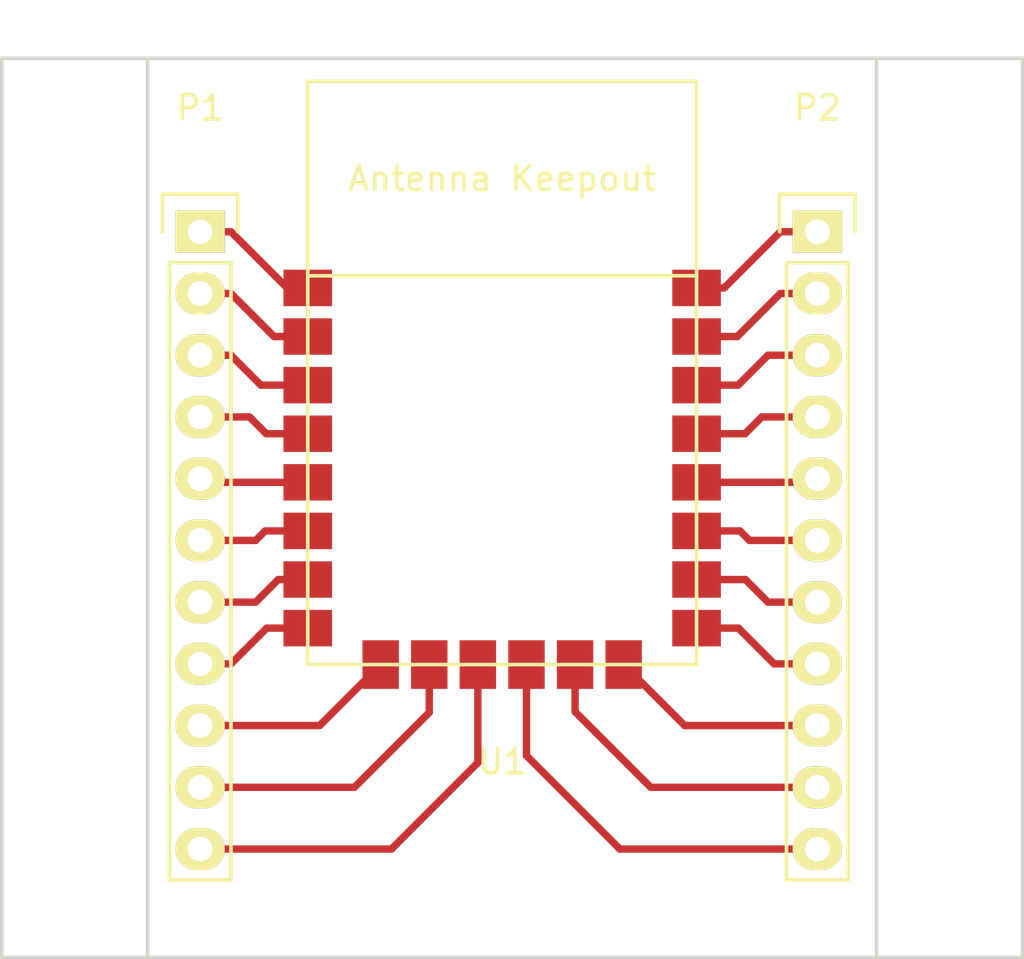
<source format=kicad_pcb>
(kicad_pcb (version 4) (host pcbnew 4.0.4-stable)

  (general
    (links 22)
    (no_connects 0)
    (area 128.924999 94.675 171.075001 134.075001)
    (thickness 1.6)
    (drawings 6)
    (tracks 65)
    (zones 0)
    (modules 3)
    (nets 23)
  )

  (page A4)
  (layers
    (0 F.Cu signal)
    (31 B.Cu signal)
    (32 B.Adhes user)
    (33 F.Adhes user)
    (34 B.Paste user)
    (35 F.Paste user)
    (36 B.SilkS user)
    (37 F.SilkS user)
    (38 B.Mask user)
    (39 F.Mask user)
    (40 Dwgs.User user)
    (41 Cmts.User user)
    (42 Eco1.User user)
    (43 Eco2.User user)
    (44 Edge.Cuts user)
    (45 Margin user)
    (46 B.CrtYd user)
    (47 F.CrtYd user)
    (48 B.Fab user)
    (49 F.Fab user)
  )

  (setup
    (last_trace_width 0.3048)
    (trace_clearance 0)
    (zone_clearance 0.508)
    (zone_45_only no)
    (trace_min 0.2)
    (segment_width 0.2)
    (edge_width 0.15)
    (via_size 0.6)
    (via_drill 0.4)
    (via_min_size 0.4)
    (via_min_drill 0.3)
    (uvia_size 0.3)
    (uvia_drill 0.1)
    (uvias_allowed no)
    (uvia_min_size 0)
    (uvia_min_drill 0)
    (pcb_text_width 0.3)
    (pcb_text_size 1.5 1.5)
    (mod_edge_width 0.15)
    (mod_text_size 1 1)
    (mod_text_width 0.15)
    (pad_size 1.524 1.524)
    (pad_drill 0.762)
    (pad_to_mask_clearance 0.2)
    (aux_axis_origin 0 0)
    (visible_elements FFFFFF7F)
    (pcbplotparams
      (layerselection 0x00030_80000001)
      (usegerberextensions false)
      (excludeedgelayer true)
      (linewidth 0.100000)
      (plotframeref false)
      (viasonmask false)
      (mode 1)
      (useauxorigin false)
      (hpglpennumber 1)
      (hpglpenspeed 20)
      (hpglpendiameter 15)
      (hpglpenoverlay 2)
      (psnegative false)
      (psa4output false)
      (plotreference true)
      (plotvalue true)
      (plotinvisibletext false)
      (padsonsilk false)
      (subtractmaskfromsilk false)
      (outputformat 2)
      (mirror false)
      (drillshape 1)
      (scaleselection 1)
      (outputdirectory ""))
  )

  (net 0 "")
  (net 1 "Net-(P1-Pad1)")
  (net 2 "Net-(P1-Pad2)")
  (net 3 "Net-(P1-Pad3)")
  (net 4 "Net-(P1-Pad5)")
  (net 5 "Net-(P1-Pad6)")
  (net 6 "Net-(P1-Pad7)")
  (net 7 "Net-(P1-Pad8)")
  (net 8 "Net-(P1-Pad9)")
  (net 9 "Net-(P1-Pad10)")
  (net 10 "Net-(P1-Pad11)")
  (net 11 "Net-(P2-Pad2)")
  (net 12 "Net-(P2-Pad3)")
  (net 13 "Net-(P2-Pad4)")
  (net 14 "Net-(P2-Pad5)")
  (net 15 "Net-(P2-Pad6)")
  (net 16 "Net-(P2-Pad7)")
  (net 17 "Net-(P2-Pad8)")
  (net 18 "Net-(P2-Pad9)")
  (net 19 "Net-(P2-Pad10)")
  (net 20 "Net-(P2-Pad11)")
  (net 21 "Net-(P1-Pad4)")
  (net 22 "Net-(P2-Pad1)")

  (net_class Default "This is the default net class."
    (clearance 0)
    (trace_width 0.3048)
    (via_dia 0.6)
    (via_drill 0.4)
    (uvia_dia 0.3)
    (uvia_drill 0.1)
    (add_net "Net-(P1-Pad1)")
    (add_net "Net-(P1-Pad10)")
    (add_net "Net-(P1-Pad11)")
    (add_net "Net-(P1-Pad2)")
    (add_net "Net-(P1-Pad3)")
    (add_net "Net-(P1-Pad4)")
    (add_net "Net-(P1-Pad5)")
    (add_net "Net-(P1-Pad6)")
    (add_net "Net-(P1-Pad7)")
    (add_net "Net-(P1-Pad8)")
    (add_net "Net-(P1-Pad9)")
    (add_net "Net-(P2-Pad1)")
    (add_net "Net-(P2-Pad10)")
    (add_net "Net-(P2-Pad11)")
    (add_net "Net-(P2-Pad2)")
    (add_net "Net-(P2-Pad3)")
    (add_net "Net-(P2-Pad4)")
    (add_net "Net-(P2-Pad5)")
    (add_net "Net-(P2-Pad6)")
    (add_net "Net-(P2-Pad7)")
    (add_net "Net-(P2-Pad8)")
    (add_net "Net-(P2-Pad9)")
  )

  (module Pin_Headers:Pin_Header_Straight_1x11 (layer F.Cu) (tedit 0) (tstamp 58456E93)
    (at 137.16 104.14)
    (descr "Through hole pin header")
    (tags "pin header")
    (path /58456D42)
    (fp_text reference P1 (at 0 -5.1) (layer F.SilkS)
      (effects (font (size 1 1) (thickness 0.15)))
    )
    (fp_text value CONN_01X11 (at 0 -3.1) (layer F.Fab)
      (effects (font (size 1 1) (thickness 0.15)))
    )
    (fp_line (start -1.75 -1.75) (end -1.75 27.15) (layer F.CrtYd) (width 0.05))
    (fp_line (start 1.75 -1.75) (end 1.75 27.15) (layer F.CrtYd) (width 0.05))
    (fp_line (start -1.75 -1.75) (end 1.75 -1.75) (layer F.CrtYd) (width 0.05))
    (fp_line (start -1.75 27.15) (end 1.75 27.15) (layer F.CrtYd) (width 0.05))
    (fp_line (start 1.27 1.27) (end 1.27 26.67) (layer F.SilkS) (width 0.15))
    (fp_line (start 1.27 26.67) (end -1.27 26.67) (layer F.SilkS) (width 0.15))
    (fp_line (start -1.27 26.67) (end -1.27 1.27) (layer F.SilkS) (width 0.15))
    (fp_line (start 1.55 -1.55) (end 1.55 0) (layer F.SilkS) (width 0.15))
    (fp_line (start 1.27 1.27) (end -1.27 1.27) (layer F.SilkS) (width 0.15))
    (fp_line (start -1.55 0) (end -1.55 -1.55) (layer F.SilkS) (width 0.15))
    (fp_line (start -1.55 -1.55) (end 1.55 -1.55) (layer F.SilkS) (width 0.15))
    (pad 1 thru_hole rect (at 0 0) (size 2.032 1.7272) (drill 1.016) (layers *.Cu *.Mask F.SilkS)
      (net 1 "Net-(P1-Pad1)"))
    (pad 2 thru_hole oval (at 0 2.54) (size 2.032 1.7272) (drill 1.016) (layers *.Cu *.Mask F.SilkS)
      (net 2 "Net-(P1-Pad2)"))
    (pad 3 thru_hole oval (at 0 5.08) (size 2.032 1.7272) (drill 1.016) (layers *.Cu *.Mask F.SilkS)
      (net 3 "Net-(P1-Pad3)"))
    (pad 4 thru_hole oval (at 0 7.62) (size 2.032 1.7272) (drill 1.016) (layers *.Cu *.Mask F.SilkS)
      (net 21 "Net-(P1-Pad4)"))
    (pad 5 thru_hole oval (at 0 10.16) (size 2.032 1.7272) (drill 1.016) (layers *.Cu *.Mask F.SilkS)
      (net 4 "Net-(P1-Pad5)"))
    (pad 6 thru_hole oval (at 0 12.7) (size 2.032 1.7272) (drill 1.016) (layers *.Cu *.Mask F.SilkS)
      (net 5 "Net-(P1-Pad6)"))
    (pad 7 thru_hole oval (at 0 15.24) (size 2.032 1.7272) (drill 1.016) (layers *.Cu *.Mask F.SilkS)
      (net 6 "Net-(P1-Pad7)"))
    (pad 8 thru_hole oval (at 0 17.78) (size 2.032 1.7272) (drill 1.016) (layers *.Cu *.Mask F.SilkS)
      (net 7 "Net-(P1-Pad8)"))
    (pad 9 thru_hole oval (at 0 20.32) (size 2.032 1.7272) (drill 1.016) (layers *.Cu *.Mask F.SilkS)
      (net 8 "Net-(P1-Pad9)"))
    (pad 10 thru_hole oval (at 0 22.86) (size 2.032 1.7272) (drill 1.016) (layers *.Cu *.Mask F.SilkS)
      (net 9 "Net-(P1-Pad10)"))
    (pad 11 thru_hole oval (at 0 25.4) (size 2.032 1.7272) (drill 1.016) (layers *.Cu *.Mask F.SilkS)
      (net 10 "Net-(P1-Pad11)"))
    (model Pin_Headers.3dshapes/Pin_Header_Straight_1x11.wrl
      (at (xyz 0 -0.5 0))
      (scale (xyz 1 1 1))
      (rotate (xyz 0 0 90))
    )
  )

  (module Pin_Headers:Pin_Header_Straight_1x11 (layer F.Cu) (tedit 0) (tstamp 58456EA2)
    (at 162.56 104.14)
    (descr "Through hole pin header")
    (tags "pin header")
    (path /58456CAD)
    (fp_text reference P2 (at 0 -5.1) (layer F.SilkS)
      (effects (font (size 1 1) (thickness 0.15)))
    )
    (fp_text value CONN_01X11 (at 0 -3.1) (layer F.Fab)
      (effects (font (size 1 1) (thickness 0.15)))
    )
    (fp_line (start -1.75 -1.75) (end -1.75 27.15) (layer F.CrtYd) (width 0.05))
    (fp_line (start 1.75 -1.75) (end 1.75 27.15) (layer F.CrtYd) (width 0.05))
    (fp_line (start -1.75 -1.75) (end 1.75 -1.75) (layer F.CrtYd) (width 0.05))
    (fp_line (start -1.75 27.15) (end 1.75 27.15) (layer F.CrtYd) (width 0.05))
    (fp_line (start 1.27 1.27) (end 1.27 26.67) (layer F.SilkS) (width 0.15))
    (fp_line (start 1.27 26.67) (end -1.27 26.67) (layer F.SilkS) (width 0.15))
    (fp_line (start -1.27 26.67) (end -1.27 1.27) (layer F.SilkS) (width 0.15))
    (fp_line (start 1.55 -1.55) (end 1.55 0) (layer F.SilkS) (width 0.15))
    (fp_line (start 1.27 1.27) (end -1.27 1.27) (layer F.SilkS) (width 0.15))
    (fp_line (start -1.55 0) (end -1.55 -1.55) (layer F.SilkS) (width 0.15))
    (fp_line (start -1.55 -1.55) (end 1.55 -1.55) (layer F.SilkS) (width 0.15))
    (pad 1 thru_hole rect (at 0 0) (size 2.032 1.7272) (drill 1.016) (layers *.Cu *.Mask F.SilkS)
      (net 22 "Net-(P2-Pad1)"))
    (pad 2 thru_hole oval (at 0 2.54) (size 2.032 1.7272) (drill 1.016) (layers *.Cu *.Mask F.SilkS)
      (net 11 "Net-(P2-Pad2)"))
    (pad 3 thru_hole oval (at 0 5.08) (size 2.032 1.7272) (drill 1.016) (layers *.Cu *.Mask F.SilkS)
      (net 12 "Net-(P2-Pad3)"))
    (pad 4 thru_hole oval (at 0 7.62) (size 2.032 1.7272) (drill 1.016) (layers *.Cu *.Mask F.SilkS)
      (net 13 "Net-(P2-Pad4)"))
    (pad 5 thru_hole oval (at 0 10.16) (size 2.032 1.7272) (drill 1.016) (layers *.Cu *.Mask F.SilkS)
      (net 14 "Net-(P2-Pad5)"))
    (pad 6 thru_hole oval (at 0 12.7) (size 2.032 1.7272) (drill 1.016) (layers *.Cu *.Mask F.SilkS)
      (net 15 "Net-(P2-Pad6)"))
    (pad 7 thru_hole oval (at 0 15.24) (size 2.032 1.7272) (drill 1.016) (layers *.Cu *.Mask F.SilkS)
      (net 16 "Net-(P2-Pad7)"))
    (pad 8 thru_hole oval (at 0 17.78) (size 2.032 1.7272) (drill 1.016) (layers *.Cu *.Mask F.SilkS)
      (net 17 "Net-(P2-Pad8)"))
    (pad 9 thru_hole oval (at 0 20.32) (size 2.032 1.7272) (drill 1.016) (layers *.Cu *.Mask F.SilkS)
      (net 18 "Net-(P2-Pad9)"))
    (pad 10 thru_hole oval (at 0 22.86) (size 2.032 1.7272) (drill 1.016) (layers *.Cu *.Mask F.SilkS)
      (net 19 "Net-(P2-Pad10)"))
    (pad 11 thru_hole oval (at 0 25.4) (size 2.032 1.7272) (drill 1.016) (layers *.Cu *.Mask F.SilkS)
      (net 20 "Net-(P2-Pad11)"))
    (model Pin_Headers.3dshapes/Pin_Header_Straight_1x11.wrl
      (at (xyz 0 -0.5 0))
      (scale (xyz 1 1 1))
      (rotate (xyz 0 0 90))
    )
  )

  (module esp-14:esp-14 (layer F.Cu) (tedit 58456FC9) (tstamp 58457187)
    (at 148.59 107.95)
    (path /58456C14)
    (fp_text reference U1 (at 1 18) (layer F.SilkS)
      (effects (font (size 1 1) (thickness 0.15)))
    )
    (fp_text value esp-14 (at 0 -12.5) (layer F.Fab)
      (effects (font (size 1 1) (thickness 0.15)))
    )
    (fp_text user "Antenna Keepout" (at 1 -6) (layer F.SilkS)
      (effects (font (size 1 1) (thickness 0.15)))
    )
    (fp_line (start -7 -2) (end 9 -2) (layer F.SilkS) (width 0.15))
    (fp_line (start -7 -10) (end -7 14) (layer F.SilkS) (width 0.15))
    (fp_line (start -7 14) (end 9 14) (layer F.SilkS) (width 0.15))
    (fp_line (start 9 14) (end 9 -10) (layer F.SilkS) (width 0.15))
    (fp_line (start 9 -10) (end -7 -10) (layer F.SilkS) (width 0.15))
    (pad 1 smd rect (at -7 -1.5) (size 2 1.5) (layers F.Cu F.Paste F.Mask)
      (net 1 "Net-(P1-Pad1)"))
    (pad 2 smd rect (at -7 0.5) (size 2 1.5) (layers F.Cu F.Paste F.Mask)
      (net 2 "Net-(P1-Pad2)"))
    (pad 3 smd rect (at -7 2.5) (size 2 1.5) (layers F.Cu F.Paste F.Mask)
      (net 3 "Net-(P1-Pad3)"))
    (pad 5 smd rect (at -7 6.5) (size 2 1.5) (layers F.Cu F.Paste F.Mask)
      (net 4 "Net-(P1-Pad5)"))
    (pad 6 smd rect (at -7 8.5) (size 2 1.5) (layers F.Cu F.Paste F.Mask)
      (net 5 "Net-(P1-Pad6)"))
    (pad 7 smd rect (at -7 10.5) (size 2 1.5) (layers F.Cu F.Paste F.Mask)
      (net 6 "Net-(P1-Pad7)"))
    (pad 8 smd rect (at -7 12.5) (size 2 1.5) (layers F.Cu F.Paste F.Mask)
      (net 7 "Net-(P1-Pad8)"))
    (pad 9 smd rect (at -4 14) (size 1.5 2) (layers F.Cu F.Paste F.Mask)
      (net 8 "Net-(P1-Pad9)"))
    (pad 10 smd rect (at -2 14) (size 1.5 2) (layers F.Cu F.Paste F.Mask)
      (net 9 "Net-(P1-Pad10)"))
    (pad 11 smd rect (at 0 14) (size 1.5 2) (layers F.Cu F.Paste F.Mask)
      (net 10 "Net-(P1-Pad11)"))
    (pad 12 smd rect (at 2 14) (size 1.5 2) (layers F.Cu F.Paste F.Mask)
      (net 20 "Net-(P2-Pad11)"))
    (pad 13 smd rect (at 4 14) (size 1.5 2) (layers F.Cu F.Paste F.Mask)
      (net 19 "Net-(P2-Pad10)"))
    (pad 14 smd rect (at 6 14) (size 1.5 2) (layers F.Cu F.Paste F.Mask)
      (net 18 "Net-(P2-Pad9)"))
    (pad 15 smd rect (at 9 12.5) (size 2 1.5) (layers F.Cu F.Paste F.Mask)
      (net 17 "Net-(P2-Pad8)"))
    (pad 16 smd rect (at 9 10.5) (size 2 1.5) (layers F.Cu F.Paste F.Mask)
      (net 16 "Net-(P2-Pad7)"))
    (pad 17 smd rect (at 9 8.5) (size 2 1.5) (layers F.Cu F.Paste F.Mask)
      (net 15 "Net-(P2-Pad6)"))
    (pad 18 smd rect (at 9 6.5) (size 2 1.5) (layers F.Cu F.Paste F.Mask)
      (net 14 "Net-(P2-Pad5)"))
    (pad 19 smd rect (at 9 4.5) (size 2 1.5) (layers F.Cu F.Paste F.Mask)
      (net 13 "Net-(P2-Pad4)"))
    (pad 20 smd rect (at 9 2.5) (size 2 1.5) (layers F.Cu F.Paste F.Mask)
      (net 12 "Net-(P2-Pad3)"))
    (pad 21 smd rect (at 9 0.5) (size 2 1.5) (layers F.Cu F.Paste F.Mask)
      (net 11 "Net-(P2-Pad2)"))
    (pad 4 smd rect (at -7 4.5) (size 2 1.5) (layers F.Cu F.Paste F.Mask)
      (net 21 "Net-(P1-Pad4)"))
    (pad 22 smd rect (at 9 -1.5) (size 2 1.5) (layers F.Cu F.Paste F.Mask)
      (net 22 "Net-(P2-Pad1)"))
  )

  (gr_line (start 165 134) (end 165 97) (angle 90) (layer Edge.Cuts) (width 0.15))
  (gr_line (start 135 97) (end 135 134) (angle 90) (layer Edge.Cuts) (width 0.15))
  (gr_line (start 171 97) (end 129 97) (angle 90) (layer Edge.Cuts) (width 0.15))
  (gr_line (start 171 134) (end 171 97) (angle 90) (layer Edge.Cuts) (width 0.15))
  (gr_line (start 129 134) (end 171 134) (angle 90) (layer Edge.Cuts) (width 0.15))
  (gr_line (start 129 97) (end 129 134) (angle 90) (layer Edge.Cuts) (width 0.15))

  (segment (start 141.59 106.45) (end 141.248 106.45) (width 0.3048) (layer F.Cu) (net 1))
  (segment (start 141.248 106.45) (end 141.224 106.426) (width 0.3048) (layer F.Cu) (net 1) (tstamp 58457252))
  (segment (start 141.224 106.426) (end 140.716 106.426) (width 0.3048) (layer F.Cu) (net 1) (tstamp 58457253))
  (segment (start 140.716 106.426) (end 138.43 104.14) (width 0.3048) (layer F.Cu) (net 1) (tstamp 58457254))
  (segment (start 138.43 104.14) (end 137.16 104.14) (width 0.3048) (layer F.Cu) (net 1) (tstamp 58457255))
  (segment (start 141.59 108.45) (end 140.2 108.45) (width 0.3048) (layer F.Cu) (net 2))
  (segment (start 138.43 106.68) (end 137.16 106.68) (width 0.3048) (layer F.Cu) (net 2) (tstamp 5845725C))
  (segment (start 140.2 108.45) (end 138.43 106.68) (width 0.3048) (layer F.Cu) (net 2) (tstamp 5845725A))
  (segment (start 141.09 107.95) (end 141.59 108.45) (width 0.3048) (layer F.Cu) (net 2) (tstamp 584571EF))
  (segment (start 141.59 110.45) (end 139.66 110.45) (width 0.3048) (layer F.Cu) (net 3))
  (segment (start 138.43 109.22) (end 137.16 109.22) (width 0.3048) (layer F.Cu) (net 3) (tstamp 58457263))
  (segment (start 139.66 110.45) (end 138.43 109.22) (width 0.3048) (layer F.Cu) (net 3) (tstamp 58457261))
  (segment (start 141.59 114.45) (end 137.31 114.45) (width 0.3048) (layer F.Cu) (net 4))
  (segment (start 137.31 114.45) (end 137.16 114.3) (width 0.3048) (layer F.Cu) (net 4) (tstamp 584571FB))
  (segment (start 141.59 116.45) (end 139.836 116.45) (width 0.3048) (layer F.Cu) (net 5))
  (segment (start 139.446 116.84) (end 137.16 116.84) (width 0.3048) (layer F.Cu) (net 5) (tstamp 584571FF))
  (segment (start 139.836 116.45) (end 139.446 116.84) (width 0.3048) (layer F.Cu) (net 5) (tstamp 584571FE))
  (segment (start 141.59 118.45) (end 140.376 118.45) (width 0.3048) (layer F.Cu) (net 6))
  (segment (start 139.446 119.38) (end 137.16 119.38) (width 0.3048) (layer F.Cu) (net 6) (tstamp 58457203))
  (segment (start 140.376 118.45) (end 139.446 119.38) (width 0.3048) (layer F.Cu) (net 6) (tstamp 58457202))
  (segment (start 141.59 120.45) (end 139.9 120.45) (width 0.3048) (layer F.Cu) (net 7))
  (segment (start 138.43 121.92) (end 137.16 121.92) (width 0.3048) (layer F.Cu) (net 7) (tstamp 58457208))
  (segment (start 139.9 120.45) (end 138.43 121.92) (width 0.3048) (layer F.Cu) (net 7) (tstamp 58457206))
  (segment (start 137.16 124.46) (end 142.08 124.46) (width 0.3048) (layer F.Cu) (net 8))
  (segment (start 142.08 124.46) (end 144.59 121.95) (width 0.3048) (layer F.Cu) (net 8) (tstamp 5845720C))
  (segment (start 137.16 127) (end 143.51 127) (width 0.3048) (layer F.Cu) (net 9))
  (segment (start 146.59 123.92) (end 146.59 121.95) (width 0.3048) (layer F.Cu) (net 9) (tstamp 58457212))
  (segment (start 143.51 127) (end 146.59 123.92) (width 0.3048) (layer F.Cu) (net 9) (tstamp 58457210))
  (segment (start 137.16 129.54) (end 145.034 129.54) (width 0.3048) (layer F.Cu) (net 10))
  (segment (start 148.59 125.984) (end 148.59 121.95) (width 0.3048) (layer F.Cu) (net 10) (tstamp 58457218))
  (segment (start 145.034 129.54) (end 148.59 125.984) (width 0.3048) (layer F.Cu) (net 10) (tstamp 58457216))
  (segment (start 157.59 108.45) (end 159.266 108.45) (width 0.3048) (layer F.Cu) (net 11))
  (segment (start 161.036 106.68) (end 162.56 106.68) (width 0.3048) (layer F.Cu) (net 11) (tstamp 58457249))
  (segment (start 159.266 108.45) (end 161.036 106.68) (width 0.3048) (layer F.Cu) (net 11) (tstamp 58457247))
  (segment (start 157.59 110.45) (end 159.298 110.45) (width 0.3048) (layer F.Cu) (net 12))
  (segment (start 160.528 109.22) (end 162.56 109.22) (width 0.3048) (layer F.Cu) (net 12) (tstamp 58457243))
  (segment (start 159.298 110.45) (end 160.528 109.22) (width 0.3048) (layer F.Cu) (net 12) (tstamp 58457241))
  (segment (start 157.59 112.45) (end 159.584 112.45) (width 0.3048) (layer F.Cu) (net 13))
  (segment (start 160.274 111.76) (end 162.56 111.76) (width 0.3048) (layer F.Cu) (net 13) (tstamp 5845723E))
  (segment (start 159.584 112.45) (end 160.274 111.76) (width 0.3048) (layer F.Cu) (net 13) (tstamp 5845723D))
  (segment (start 157.59 114.45) (end 162.41 114.45) (width 0.3048) (layer F.Cu) (net 14))
  (segment (start 162.41 114.45) (end 162.56 114.3) (width 0.3048) (layer F.Cu) (net 14) (tstamp 5845723A))
  (segment (start 157.59 116.45) (end 159.376 116.45) (width 0.3048) (layer F.Cu) (net 15))
  (segment (start 159.766 116.84) (end 162.56 116.84) (width 0.3048) (layer F.Cu) (net 15) (tstamp 58457237))
  (segment (start 159.376 116.45) (end 159.766 116.84) (width 0.3048) (layer F.Cu) (net 15) (tstamp 58457236))
  (segment (start 157.59 118.45) (end 159.598 118.45) (width 0.3048) (layer F.Cu) (net 16))
  (segment (start 160.528 119.38) (end 162.56 119.38) (width 0.3048) (layer F.Cu) (net 16) (tstamp 58457233))
  (segment (start 159.598 118.45) (end 160.528 119.38) (width 0.3048) (layer F.Cu) (net 16) (tstamp 58457232))
  (segment (start 157.59 120.45) (end 159.312 120.45) (width 0.3048) (layer F.Cu) (net 17))
  (segment (start 160.782 121.92) (end 162.56 121.92) (width 0.3048) (layer F.Cu) (net 17) (tstamp 5845722E))
  (segment (start 159.312 120.45) (end 160.782 121.92) (width 0.3048) (layer F.Cu) (net 17) (tstamp 5845722C))
  (segment (start 162.56 124.46) (end 157.1 124.46) (width 0.3048) (layer F.Cu) (net 18))
  (segment (start 157.1 124.46) (end 154.59 121.95) (width 0.3048) (layer F.Cu) (net 18) (tstamp 58457228))
  (segment (start 162.56 127) (end 155.702 127) (width 0.3048) (layer F.Cu) (net 19))
  (segment (start 152.59 123.888) (end 152.59 121.95) (width 0.3048) (layer F.Cu) (net 19) (tstamp 58457224))
  (segment (start 155.702 127) (end 152.59 123.888) (width 0.3048) (layer F.Cu) (net 19) (tstamp 58457222))
  (segment (start 162.56 129.54) (end 154.432 129.54) (width 0.3048) (layer F.Cu) (net 20))
  (segment (start 150.59 125.698) (end 150.59 121.95) (width 0.3048) (layer F.Cu) (net 20) (tstamp 5845721E))
  (segment (start 154.432 129.54) (end 150.59 125.698) (width 0.3048) (layer F.Cu) (net 20) (tstamp 5845721C))
  (segment (start 141.59 112.45) (end 139.882 112.45) (width 0.3048) (layer F.Cu) (net 21))
  (segment (start 139.192 111.76) (end 137.16 111.76) (width 0.3048) (layer F.Cu) (net 21) (tstamp 584571F8))
  (segment (start 139.882 112.45) (end 139.192 111.76) (width 0.3048) (layer F.Cu) (net 21) (tstamp 584571F7))
  (segment (start 157.59 106.45) (end 158.726 106.45) (width 0.3048) (layer F.Cu) (net 22))
  (segment (start 161.036 104.14) (end 162.56 104.14) (width 0.3048) (layer F.Cu) (net 22) (tstamp 5845724E))
  (segment (start 158.726 106.45) (end 161.036 104.14) (width 0.3048) (layer F.Cu) (net 22) (tstamp 5845724D))

)

</source>
